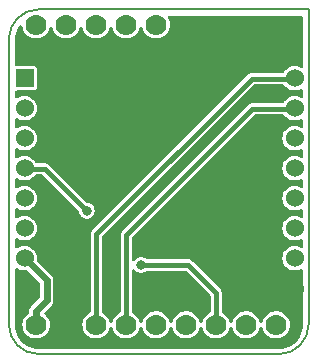
<source format=gbr>
%TF.GenerationSoftware,KiCad,Pcbnew,8.0.2*%
%TF.CreationDate,2024-06-13T10:19:09+02:00*%
%TF.ProjectId,Lora_2__BUS,4c6f7261-5f32-45fb-9542-55532e6b6963,rev?*%
%TF.SameCoordinates,Original*%
%TF.FileFunction,Copper,L1,Top*%
%TF.FilePolarity,Positive*%
%FSLAX46Y46*%
G04 Gerber Fmt 4.6, Leading zero omitted, Abs format (unit mm)*
G04 Created by KiCad (PCBNEW 8.0.2) date 2024-06-13 10:19:09*
%MOMM*%
%LPD*%
G01*
G04 APERTURE LIST*
%TA.AperFunction,EtchedComponent*%
%ADD10C,0.200000*%
%TD*%
%TA.AperFunction,ComponentPad*%
%ADD11C,1.778000*%
%TD*%
%TA.AperFunction,ComponentPad*%
%ADD12R,1.524000X1.524000*%
%TD*%
%TA.AperFunction,ComponentPad*%
%ADD13C,1.524000*%
%TD*%
%TA.AperFunction,ViaPad*%
%ADD14C,0.800000*%
%TD*%
%TA.AperFunction,Conductor*%
%ADD15C,0.600000*%
%TD*%
%TA.AperFunction,Conductor*%
%ADD16C,0.400000*%
%TD*%
%TA.AperFunction,Conductor*%
%ADD17C,0.500000*%
%TD*%
G04 APERTURE END LIST*
D10*
%TO.C,MikroBUS_adapter1*%
X116792000Y-107003200D02*
X116792000Y-82883200D01*
X119332000Y-80343200D02*
X142192000Y-80343200D01*
X139652000Y-109543200D02*
X119332000Y-109543200D01*
X142192000Y-80343200D02*
X142192000Y-107003200D01*
X116792000Y-82883200D02*
G75*
G02*
X119332000Y-80343200I2540001J-1D01*
G01*
X119332000Y-109543200D02*
G75*
G02*
X116792000Y-107003200I1J2540001D01*
G01*
X142192000Y-107003200D02*
G75*
G02*
X139652000Y-109543200I-2540000J0D01*
G01*
%TD*%
D11*
%TO.P,LoRA_breakout1,0,G0*%
%TO.N,/DIO_1*%
X126728000Y-107057000D03*
%TO.P,LoRA_breakout1,1,G1*%
%TO.N,unconnected-(LoRA_breakout1-G1-Pad1)*%
X119108000Y-81657000D03*
%TO.P,LoRA_breakout1,2,G2*%
%TO.N,unconnected-(LoRA_breakout1-G2-Pad2)*%
X121648000Y-81657000D03*
%TO.P,LoRA_breakout1,3,G3*%
%TO.N,unconnected-(LoRA_breakout1-G3-Pad3)*%
X124188000Y-81657000D03*
%TO.P,LoRA_breakout1,4,G4*%
%TO.N,unconnected-(LoRA_breakout1-G4-Pad4)*%
X126728000Y-81657000D03*
%TO.P,LoRA_breakout1,5,G5*%
%TO.N,unconnected-(LoRA_breakout1-G5-Pad5)*%
X129268000Y-81657000D03*
%TO.P,LoRA_breakout1,6,Vin*%
%TO.N,/3.3*%
X119108000Y-107057000D03*
%TO.P,LoRA_breakout1,7,GND*%
%TO.N,/GND*%
X121648000Y-107057000D03*
%TO.P,LoRA_breakout1,8,EN*%
%TO.N,/DIO_0*%
X124188000Y-107057000D03*
%TO.P,LoRA_breakout1,9,SCK*%
%TO.N,/SCK*%
X129268000Y-107057000D03*
%TO.P,LoRA_breakout1,10,MISO*%
%TO.N,/MISO*%
X131808000Y-107057000D03*
%TO.P,LoRA_breakout1,11,MOSI*%
%TO.N,/MOSI*%
X134348000Y-107057000D03*
%TO.P,LoRA_breakout1,12,CS*%
%TO.N,/CS*%
X136888000Y-107057000D03*
%TO.P,LoRA_breakout1,13,RST*%
%TO.N,/RST*%
X139428000Y-107057000D03*
%TD*%
D12*
%TO.P,MikroBUS_adapter1,1,AN*%
%TO.N,unconnected-(MikroBUS_adapter1-AN-Pad1)*%
X118130800Y-86183200D03*
D13*
%TO.P,MikroBUS_adapter1,2,RST*%
%TO.N,/RST*%
X118130800Y-88723200D03*
%TO.P,MikroBUS_adapter1,3,CS*%
%TO.N,/CS*%
X118130800Y-91263200D03*
%TO.P,MikroBUS_adapter1,4,SCK*%
%TO.N,/SCK*%
X118130800Y-93803200D03*
%TO.P,MikroBUS_adapter1,5,MISO*%
%TO.N,/MISO*%
X118130800Y-96343200D03*
%TO.P,MikroBUS_adapter1,6,MOSI*%
%TO.N,/MOSI*%
X118130800Y-98883200D03*
%TO.P,MikroBUS_adapter1,7,3.3V*%
%TO.N,/3.3*%
X118130800Y-101423200D03*
%TO.P,MikroBUS_adapter1,8,GND*%
%TO.N,/GND*%
X118130800Y-103963200D03*
%TO.P,MikroBUS_adapter1,9,PWM_DIO*%
%TO.N,/DIO_0*%
X140992000Y-86183200D03*
%TO.P,MikroBUS_adapter1,10,INT_DIO*%
%TO.N,/DIO_1*%
X140992000Y-88723200D03*
%TO.P,MikroBUS_adapter1,11,Rx*%
%TO.N,unconnected-(MikroBUS_adapter1-Rx-Pad11)*%
X140992000Y-91263200D03*
%TO.P,MikroBUS_adapter1,12,Tx*%
%TO.N,unconnected-(MikroBUS_adapter1-Tx-Pad12)*%
X140992000Y-93803200D03*
%TO.P,MikroBUS_adapter1,13,SCL*%
%TO.N,unconnected-(MikroBUS_adapter1-SCL-Pad13)*%
X140992000Y-96343200D03*
%TO.P,MikroBUS_adapter1,14,SDA*%
%TO.N,unconnected-(MikroBUS_adapter1-SDA-Pad14)*%
X140992000Y-98883200D03*
%TO.P,MikroBUS_adapter1,15,5V*%
%TO.N,unconnected-(MikroBUS_adapter1-5V-Pad15)*%
X140992000Y-101423200D03*
%TO.P,MikroBUS_adapter1,16,GND*%
%TO.N,/GND*%
X140992000Y-103992000D03*
%TD*%
D14*
%TO.N,/SCK*%
X123392000Y-97392000D03*
%TO.N,/MOSI*%
X128000000Y-102000000D03*
%TD*%
D15*
%TO.N,/3.3*%
X120000000Y-103292400D02*
X118130800Y-101423200D01*
X120000000Y-105000000D02*
X120000000Y-103292400D01*
X119108000Y-105892000D02*
X120000000Y-105000000D01*
X119108000Y-107062000D02*
X119108000Y-105892000D01*
D16*
%TO.N,/MOSI*%
X128000000Y-102000000D02*
X132000000Y-102000000D01*
X132000000Y-102000000D02*
X134348000Y-104348000D01*
X134348000Y-104348000D02*
X134348000Y-107057000D01*
%TO.N,/DIO_1*%
X140992000Y-88772000D02*
X137412000Y-88772000D01*
X137412000Y-88772000D02*
X126728000Y-99456000D01*
X126728000Y-99456000D02*
X126728000Y-107057000D01*
%TO.N,/SCK*%
X119852000Y-93852000D02*
X118130800Y-93852000D01*
X123392000Y-97392000D02*
X119852000Y-93852000D01*
%TO.N,/DIO_0*%
X137352000Y-86232000D02*
X124188000Y-99396000D01*
X124188000Y-99396000D02*
X124188000Y-107057000D01*
X140992000Y-86232000D02*
X137352000Y-86232000D01*
D17*
%TO.N,unconnected-(MikroBUS_adapter1-5V-Pad15)*%
X140992000Y-101472000D02*
X140972000Y-101492000D01*
%TD*%
%TA.AperFunction,Conductor*%
%TO.N,/GND*%
G36*
X141647000Y-80907462D02*
G01*
X141701538Y-80962000D01*
X141721500Y-81036500D01*
X141721500Y-85153794D01*
X141701538Y-85228294D01*
X141647000Y-85282832D01*
X141572500Y-85302794D01*
X141502262Y-85285200D01*
X141389037Y-85224680D01*
X141194408Y-85165639D01*
X140992000Y-85145704D01*
X140789591Y-85165639D01*
X140594962Y-85224680D01*
X140415609Y-85320547D01*
X140415601Y-85320552D01*
X140415599Y-85320553D01*
X140415598Y-85320554D01*
X140325423Y-85394559D01*
X140258380Y-85449580D01*
X140129352Y-85606801D01*
X140129349Y-85606805D01*
X140088764Y-85682737D01*
X140036040Y-85739031D01*
X139962233Y-85761420D01*
X139957357Y-85761500D01*
X137290057Y-85761500D01*
X137170392Y-85793564D01*
X137063105Y-85855506D01*
X123811506Y-99107105D01*
X123749564Y-99214392D01*
X123717500Y-99334056D01*
X123717500Y-105901559D01*
X123697538Y-105976059D01*
X123646939Y-106028241D01*
X123486252Y-106127734D01*
X123486251Y-106127735D01*
X123327448Y-106272504D01*
X123197952Y-106443983D01*
X123197949Y-106443987D01*
X123102167Y-106636343D01*
X123102165Y-106636348D01*
X123043359Y-106843034D01*
X123023533Y-107056995D01*
X123023533Y-107057004D01*
X123043359Y-107270965D01*
X123102165Y-107477651D01*
X123102167Y-107477656D01*
X123197949Y-107670012D01*
X123197952Y-107670016D01*
X123327448Y-107841495D01*
X123486251Y-107986264D01*
X123486256Y-107986268D01*
X123668945Y-108099384D01*
X123668956Y-108099390D01*
X123794726Y-108148113D01*
X123869328Y-108177014D01*
X124080557Y-108216500D01*
X124080559Y-108216500D01*
X124295441Y-108216500D01*
X124295443Y-108216500D01*
X124506672Y-108177014D01*
X124707048Y-108099388D01*
X124889748Y-107986265D01*
X125048551Y-107841496D01*
X125178050Y-107670013D01*
X125273833Y-107477654D01*
X125314688Y-107334063D01*
X125354276Y-107267871D01*
X125421657Y-107230340D01*
X125498776Y-107231528D01*
X125564969Y-107271116D01*
X125601312Y-107334064D01*
X125642165Y-107477651D01*
X125642167Y-107477656D01*
X125737949Y-107670012D01*
X125737952Y-107670016D01*
X125867448Y-107841495D01*
X126026251Y-107986264D01*
X126026256Y-107986268D01*
X126208945Y-108099384D01*
X126208956Y-108099390D01*
X126334726Y-108148113D01*
X126409328Y-108177014D01*
X126620557Y-108216500D01*
X126620559Y-108216500D01*
X126835441Y-108216500D01*
X126835443Y-108216500D01*
X127046672Y-108177014D01*
X127247048Y-108099388D01*
X127429748Y-107986265D01*
X127588551Y-107841496D01*
X127718050Y-107670013D01*
X127813833Y-107477654D01*
X127854688Y-107334063D01*
X127894276Y-107267871D01*
X127961657Y-107230340D01*
X128038776Y-107231528D01*
X128104969Y-107271116D01*
X128141312Y-107334064D01*
X128182165Y-107477651D01*
X128182167Y-107477656D01*
X128277949Y-107670012D01*
X128277952Y-107670016D01*
X128407448Y-107841495D01*
X128566251Y-107986264D01*
X128566256Y-107986268D01*
X128748945Y-108099384D01*
X128748956Y-108099390D01*
X128874726Y-108148113D01*
X128949328Y-108177014D01*
X129160557Y-108216500D01*
X129160559Y-108216500D01*
X129375441Y-108216500D01*
X129375443Y-108216500D01*
X129586672Y-108177014D01*
X129787048Y-108099388D01*
X129969748Y-107986265D01*
X130128551Y-107841496D01*
X130258050Y-107670013D01*
X130353833Y-107477654D01*
X130394688Y-107334063D01*
X130434276Y-107267871D01*
X130501657Y-107230340D01*
X130578776Y-107231528D01*
X130644969Y-107271116D01*
X130681312Y-107334064D01*
X130722165Y-107477651D01*
X130722167Y-107477656D01*
X130817949Y-107670012D01*
X130817952Y-107670016D01*
X130947448Y-107841495D01*
X131106251Y-107986264D01*
X131106256Y-107986268D01*
X131288945Y-108099384D01*
X131288956Y-108099390D01*
X131414726Y-108148113D01*
X131489328Y-108177014D01*
X131700557Y-108216500D01*
X131700559Y-108216500D01*
X131915441Y-108216500D01*
X131915443Y-108216500D01*
X132126672Y-108177014D01*
X132327048Y-108099388D01*
X132509748Y-107986265D01*
X132668551Y-107841496D01*
X132798050Y-107670013D01*
X132893833Y-107477654D01*
X132934688Y-107334063D01*
X132974276Y-107267871D01*
X133041657Y-107230340D01*
X133118776Y-107231528D01*
X133184969Y-107271116D01*
X133221312Y-107334064D01*
X133262165Y-107477651D01*
X133262167Y-107477656D01*
X133357949Y-107670012D01*
X133357952Y-107670016D01*
X133487448Y-107841495D01*
X133646251Y-107986264D01*
X133646256Y-107986268D01*
X133828945Y-108099384D01*
X133828956Y-108099390D01*
X133954726Y-108148113D01*
X134029328Y-108177014D01*
X134240557Y-108216500D01*
X134240559Y-108216500D01*
X134455441Y-108216500D01*
X134455443Y-108216500D01*
X134666672Y-108177014D01*
X134867048Y-108099388D01*
X135049748Y-107986265D01*
X135208551Y-107841496D01*
X135338050Y-107670013D01*
X135433833Y-107477654D01*
X135474688Y-107334063D01*
X135514276Y-107267871D01*
X135581657Y-107230340D01*
X135658776Y-107231528D01*
X135724969Y-107271116D01*
X135761312Y-107334064D01*
X135802165Y-107477651D01*
X135802167Y-107477656D01*
X135897949Y-107670012D01*
X135897952Y-107670016D01*
X136027448Y-107841495D01*
X136186251Y-107986264D01*
X136186256Y-107986268D01*
X136368945Y-108099384D01*
X136368956Y-108099390D01*
X136494726Y-108148113D01*
X136569328Y-108177014D01*
X136780557Y-108216500D01*
X136780559Y-108216500D01*
X136995441Y-108216500D01*
X136995443Y-108216500D01*
X137206672Y-108177014D01*
X137407048Y-108099388D01*
X137589748Y-107986265D01*
X137748551Y-107841496D01*
X137878050Y-107670013D01*
X137973833Y-107477654D01*
X138014688Y-107334063D01*
X138054276Y-107267871D01*
X138121657Y-107230340D01*
X138198776Y-107231528D01*
X138264969Y-107271116D01*
X138301312Y-107334064D01*
X138342165Y-107477651D01*
X138342167Y-107477656D01*
X138437949Y-107670012D01*
X138437952Y-107670016D01*
X138567448Y-107841495D01*
X138726251Y-107986264D01*
X138726256Y-107986268D01*
X138908945Y-108099384D01*
X138908956Y-108099390D01*
X139034726Y-108148113D01*
X139109328Y-108177014D01*
X139320557Y-108216500D01*
X139320559Y-108216500D01*
X139535441Y-108216500D01*
X139535443Y-108216500D01*
X139746672Y-108177014D01*
X139947048Y-108099388D01*
X140129748Y-107986265D01*
X140288551Y-107841496D01*
X140418050Y-107670013D01*
X140513833Y-107477654D01*
X140572640Y-107270970D01*
X140592467Y-107057000D01*
X140572640Y-106843030D01*
X140513833Y-106636346D01*
X140418050Y-106443987D01*
X140288551Y-106272504D01*
X140129748Y-106127735D01*
X140129743Y-106127731D01*
X139947054Y-106014615D01*
X139947043Y-106014609D01*
X139746676Y-105936987D01*
X139746673Y-105936986D01*
X139746672Y-105936986D01*
X139693391Y-105927025D01*
X139535447Y-105897500D01*
X139535443Y-105897500D01*
X139320557Y-105897500D01*
X139320552Y-105897500D01*
X139109323Y-105936987D01*
X138908956Y-106014609D01*
X138908945Y-106014615D01*
X138726256Y-106127731D01*
X138726251Y-106127735D01*
X138567448Y-106272504D01*
X138437952Y-106443983D01*
X138437949Y-106443987D01*
X138342167Y-106636343D01*
X138342165Y-106636349D01*
X138301312Y-106779935D01*
X138261724Y-106846128D01*
X138194343Y-106883659D01*
X138117224Y-106882471D01*
X138051031Y-106842883D01*
X138014688Y-106779935D01*
X137973834Y-106636349D01*
X137973832Y-106636343D01*
X137878050Y-106443987D01*
X137878047Y-106443983D01*
X137748551Y-106272504D01*
X137589748Y-106127735D01*
X137589743Y-106127731D01*
X137407054Y-106014615D01*
X137407043Y-106014609D01*
X137206676Y-105936987D01*
X137206673Y-105936986D01*
X137206672Y-105936986D01*
X137153391Y-105927025D01*
X136995447Y-105897500D01*
X136995443Y-105897500D01*
X136780557Y-105897500D01*
X136780552Y-105897500D01*
X136569323Y-105936987D01*
X136368956Y-106014609D01*
X136368945Y-106014615D01*
X136186256Y-106127731D01*
X136186251Y-106127735D01*
X136027448Y-106272504D01*
X135897952Y-106443983D01*
X135897949Y-106443987D01*
X135802167Y-106636343D01*
X135802165Y-106636349D01*
X135761312Y-106779935D01*
X135721724Y-106846128D01*
X135654343Y-106883659D01*
X135577224Y-106882471D01*
X135511031Y-106842883D01*
X135474688Y-106779935D01*
X135433834Y-106636349D01*
X135433832Y-106636343D01*
X135338050Y-106443987D01*
X135338047Y-106443983D01*
X135208551Y-106272504D01*
X135049748Y-106127735D01*
X135049747Y-106127734D01*
X134889061Y-106028241D01*
X134836229Y-105972049D01*
X134818500Y-105901559D01*
X134818500Y-104286057D01*
X134818499Y-104286055D01*
X134786436Y-104166395D01*
X134786435Y-104166391D01*
X134724493Y-104059105D01*
X132384989Y-101719602D01*
X132384987Y-101719599D01*
X132288894Y-101623506D01*
X132181607Y-101561564D01*
X132061943Y-101529500D01*
X128536549Y-101529500D01*
X128462049Y-101509538D01*
X128437747Y-101492031D01*
X128383685Y-101444136D01*
X128383683Y-101444134D01*
X128239512Y-101368468D01*
X128239507Y-101368466D01*
X128081413Y-101329500D01*
X127918587Y-101329500D01*
X127760492Y-101368466D01*
X127760487Y-101368468D01*
X127616313Y-101444136D01*
X127494436Y-101552110D01*
X127494435Y-101552110D01*
X127470124Y-101587332D01*
X127411374Y-101637305D01*
X127335509Y-101651207D01*
X127262858Y-101625314D01*
X127212885Y-101566564D01*
X127198500Y-101502690D01*
X127198500Y-99712605D01*
X127218462Y-99638105D01*
X127242141Y-99607246D01*
X137563246Y-89286141D01*
X137630041Y-89247577D01*
X137668605Y-89242500D01*
X140012019Y-89242500D01*
X140086519Y-89262462D01*
X140127197Y-89296975D01*
X140258377Y-89456817D01*
X140258378Y-89456818D01*
X140258380Y-89456820D01*
X140415598Y-89585846D01*
X140415607Y-89585851D01*
X140415609Y-89585852D01*
X140594962Y-89681719D01*
X140594964Y-89681719D01*
X140594967Y-89681721D01*
X140687056Y-89709656D01*
X140789591Y-89740760D01*
X140789592Y-89740760D01*
X140789595Y-89740761D01*
X140992000Y-89760696D01*
X141194405Y-89740761D01*
X141389033Y-89681721D01*
X141502261Y-89621198D01*
X141577375Y-89603685D01*
X141651182Y-89626074D01*
X141703906Y-89682366D01*
X141721500Y-89752605D01*
X141721500Y-90233794D01*
X141701538Y-90308294D01*
X141647000Y-90362832D01*
X141572500Y-90382794D01*
X141502262Y-90365200D01*
X141389037Y-90304680D01*
X141194408Y-90245639D01*
X140992000Y-90225704D01*
X140789591Y-90245639D01*
X140594962Y-90304680D01*
X140415609Y-90400547D01*
X140415601Y-90400552D01*
X140415599Y-90400553D01*
X140415598Y-90400554D01*
X140258380Y-90529580D01*
X140183701Y-90620577D01*
X140129352Y-90686801D01*
X140129347Y-90686809D01*
X140033480Y-90866162D01*
X139974439Y-91060791D01*
X139954504Y-91263200D01*
X139974439Y-91465608D01*
X140033480Y-91660237D01*
X140129347Y-91839590D01*
X140129351Y-91839596D01*
X140129354Y-91839602D01*
X140258380Y-91996820D01*
X140415598Y-92125846D01*
X140415607Y-92125851D01*
X140415609Y-92125852D01*
X140594962Y-92221719D01*
X140594964Y-92221719D01*
X140594967Y-92221721D01*
X140687056Y-92249656D01*
X140789591Y-92280760D01*
X140789592Y-92280760D01*
X140789595Y-92280761D01*
X140992000Y-92300696D01*
X141194405Y-92280761D01*
X141389033Y-92221721D01*
X141502261Y-92161198D01*
X141577375Y-92143685D01*
X141651182Y-92166074D01*
X141703906Y-92222366D01*
X141721500Y-92292605D01*
X141721500Y-92773794D01*
X141701538Y-92848294D01*
X141647000Y-92902832D01*
X141572500Y-92922794D01*
X141502262Y-92905200D01*
X141389037Y-92844680D01*
X141194408Y-92785639D01*
X140992000Y-92765704D01*
X140789591Y-92785639D01*
X140594962Y-92844680D01*
X140415609Y-92940547D01*
X140415601Y-92940552D01*
X140415599Y-92940553D01*
X140415598Y-92940554D01*
X140258380Y-93069580D01*
X140183701Y-93160577D01*
X140129352Y-93226801D01*
X140129347Y-93226809D01*
X140033480Y-93406162D01*
X139974439Y-93600791D01*
X139954504Y-93803200D01*
X139974439Y-94005608D01*
X140033480Y-94200237D01*
X140129347Y-94379590D01*
X140129351Y-94379596D01*
X140129354Y-94379602D01*
X140258380Y-94536820D01*
X140415598Y-94665846D01*
X140415607Y-94665851D01*
X140415609Y-94665852D01*
X140594962Y-94761719D01*
X140594964Y-94761719D01*
X140594967Y-94761721D01*
X140687056Y-94789656D01*
X140789591Y-94820760D01*
X140789592Y-94820760D01*
X140789595Y-94820761D01*
X140992000Y-94840696D01*
X141194405Y-94820761D01*
X141389033Y-94761721D01*
X141502261Y-94701198D01*
X141577375Y-94683685D01*
X141651182Y-94706074D01*
X141703906Y-94762366D01*
X141721500Y-94832605D01*
X141721500Y-95313794D01*
X141701538Y-95388294D01*
X141647000Y-95442832D01*
X141572500Y-95462794D01*
X141502262Y-95445200D01*
X141389037Y-95384680D01*
X141194408Y-95325639D01*
X140992000Y-95305704D01*
X140789591Y-95325639D01*
X140594962Y-95384680D01*
X140415609Y-95480547D01*
X140415601Y-95480552D01*
X140415599Y-95480553D01*
X140415598Y-95480554D01*
X140258380Y-95609580D01*
X140183701Y-95700577D01*
X140129352Y-95766801D01*
X140129347Y-95766809D01*
X140033480Y-95946162D01*
X139974439Y-96140791D01*
X139954504Y-96343200D01*
X139974439Y-96545608D01*
X140033480Y-96740237D01*
X140129347Y-96919590D01*
X140129351Y-96919596D01*
X140129354Y-96919602D01*
X140258380Y-97076820D01*
X140415598Y-97205846D01*
X140415607Y-97205851D01*
X140415609Y-97205852D01*
X140594962Y-97301719D01*
X140594964Y-97301719D01*
X140594967Y-97301721D01*
X140687056Y-97329656D01*
X140789591Y-97360760D01*
X140789592Y-97360760D01*
X140789595Y-97360761D01*
X140992000Y-97380696D01*
X141194405Y-97360761D01*
X141389033Y-97301721D01*
X141502261Y-97241198D01*
X141577375Y-97223685D01*
X141651182Y-97246074D01*
X141703906Y-97302366D01*
X141721500Y-97372605D01*
X141721500Y-97853794D01*
X141701538Y-97928294D01*
X141647000Y-97982832D01*
X141572500Y-98002794D01*
X141502262Y-97985200D01*
X141389037Y-97924680D01*
X141194408Y-97865639D01*
X140992000Y-97845704D01*
X140789591Y-97865639D01*
X140594962Y-97924680D01*
X140415609Y-98020547D01*
X140415601Y-98020552D01*
X140415599Y-98020553D01*
X140415598Y-98020554D01*
X140258380Y-98149580D01*
X140183701Y-98240577D01*
X140129352Y-98306801D01*
X140129347Y-98306809D01*
X140033480Y-98486162D01*
X139974439Y-98680791D01*
X139954504Y-98883200D01*
X139974439Y-99085608D01*
X140033480Y-99280237D01*
X140129347Y-99459590D01*
X140129351Y-99459596D01*
X140129354Y-99459602D01*
X140258380Y-99616820D01*
X140415598Y-99745846D01*
X140415607Y-99745851D01*
X140415609Y-99745852D01*
X140594962Y-99841719D01*
X140594964Y-99841719D01*
X140594967Y-99841721D01*
X140687056Y-99869656D01*
X140789591Y-99900760D01*
X140789592Y-99900760D01*
X140789595Y-99900761D01*
X140992000Y-99920696D01*
X141194405Y-99900761D01*
X141389033Y-99841721D01*
X141502261Y-99781198D01*
X141577375Y-99763685D01*
X141651182Y-99786074D01*
X141703906Y-99842366D01*
X141721500Y-99912605D01*
X141721500Y-100393794D01*
X141701538Y-100468294D01*
X141647000Y-100522832D01*
X141572500Y-100542794D01*
X141502262Y-100525200D01*
X141389037Y-100464680D01*
X141194408Y-100405639D01*
X140992000Y-100385704D01*
X140789591Y-100405639D01*
X140594962Y-100464680D01*
X140415609Y-100560547D01*
X140415601Y-100560552D01*
X140415599Y-100560553D01*
X140415598Y-100560554D01*
X140258380Y-100689580D01*
X140183701Y-100780577D01*
X140129352Y-100846801D01*
X140129347Y-100846809D01*
X140033480Y-101026162D01*
X139974439Y-101220791D01*
X139954504Y-101423200D01*
X139974439Y-101625608D01*
X140033480Y-101820237D01*
X140129347Y-101999590D01*
X140129351Y-101999596D01*
X140129354Y-101999602D01*
X140258380Y-102156820D01*
X140415598Y-102285846D01*
X140415607Y-102285851D01*
X140415609Y-102285852D01*
X140594962Y-102381719D01*
X140594964Y-102381719D01*
X140594967Y-102381721D01*
X140729974Y-102422675D01*
X140789591Y-102440760D01*
X140789592Y-102440760D01*
X140789595Y-102440761D01*
X140992000Y-102460696D01*
X141194405Y-102440761D01*
X141389033Y-102381721D01*
X141502261Y-102321198D01*
X141577375Y-102303685D01*
X141651182Y-102326074D01*
X141703906Y-102382366D01*
X141721500Y-102452605D01*
X141721500Y-107052122D01*
X141721181Y-107061867D01*
X141704690Y-107313463D01*
X141702146Y-107332786D01*
X141653912Y-107575277D01*
X141648867Y-107594104D01*
X141569388Y-107828239D01*
X141561930Y-107846245D01*
X141452578Y-108067990D01*
X141442833Y-108084869D01*
X141305470Y-108290447D01*
X141293605Y-108305910D01*
X141130582Y-108491801D01*
X141116801Y-108505582D01*
X140930910Y-108668605D01*
X140915447Y-108680470D01*
X140709869Y-108817833D01*
X140692990Y-108827578D01*
X140471245Y-108936930D01*
X140453239Y-108944388D01*
X140219104Y-109023867D01*
X140200277Y-109028912D01*
X139957786Y-109077146D01*
X139938463Y-109079690D01*
X139686867Y-109096181D01*
X139677122Y-109096500D01*
X119366878Y-109096500D01*
X119357133Y-109096181D01*
X119105536Y-109079690D01*
X119086213Y-109077146D01*
X118843722Y-109028912D01*
X118824895Y-109023867D01*
X118590760Y-108944388D01*
X118572754Y-108936930D01*
X118351009Y-108827578D01*
X118334130Y-108817833D01*
X118128552Y-108680470D01*
X118113089Y-108668605D01*
X117927198Y-108505582D01*
X117913417Y-108491801D01*
X117750394Y-108305910D01*
X117738529Y-108290447D01*
X117601166Y-108084869D01*
X117591421Y-108067990D01*
X117482069Y-107846245D01*
X117474611Y-107828239D01*
X117395132Y-107594104D01*
X117390089Y-107575286D01*
X117341852Y-107332783D01*
X117339309Y-107313463D01*
X117322819Y-107061867D01*
X117322500Y-107052122D01*
X117322500Y-102409656D01*
X117342462Y-102335156D01*
X117397000Y-102280618D01*
X117471500Y-102260656D01*
X117546000Y-102280618D01*
X117554289Y-102285773D01*
X117554393Y-102285842D01*
X117554398Y-102285846D01*
X117554400Y-102285847D01*
X117554405Y-102285850D01*
X117733762Y-102381719D01*
X117733764Y-102381719D01*
X117733767Y-102381721D01*
X117868774Y-102422675D01*
X117928391Y-102440760D01*
X117928392Y-102440760D01*
X117928395Y-102440761D01*
X118130800Y-102460696D01*
X118270670Y-102446920D01*
X118346768Y-102459483D01*
X118390634Y-102489843D01*
X119385859Y-103485068D01*
X119424423Y-103551863D01*
X119429500Y-103590427D01*
X119429500Y-104701972D01*
X119409538Y-104776472D01*
X119385859Y-104807331D01*
X118651488Y-105541702D01*
X118651483Y-105541708D01*
X118576379Y-105671792D01*
X118537500Y-105816889D01*
X118537500Y-105963476D01*
X118517538Y-106037976D01*
X118466939Y-106090158D01*
X118406254Y-106127733D01*
X118247448Y-106272504D01*
X118117952Y-106443983D01*
X118117949Y-106443987D01*
X118022167Y-106636343D01*
X118022165Y-106636348D01*
X117963359Y-106843034D01*
X117943533Y-107056995D01*
X117943533Y-107057004D01*
X117963359Y-107270965D01*
X118022165Y-107477651D01*
X118022167Y-107477656D01*
X118117949Y-107670012D01*
X118117952Y-107670016D01*
X118247448Y-107841495D01*
X118406251Y-107986264D01*
X118406256Y-107986268D01*
X118588945Y-108099384D01*
X118588956Y-108099390D01*
X118714726Y-108148113D01*
X118789328Y-108177014D01*
X119000557Y-108216500D01*
X119000559Y-108216500D01*
X119215441Y-108216500D01*
X119215443Y-108216500D01*
X119426672Y-108177014D01*
X119627048Y-108099388D01*
X119809748Y-107986265D01*
X119968551Y-107841496D01*
X120098050Y-107670013D01*
X120193833Y-107477654D01*
X120252640Y-107270970D01*
X120272467Y-107057000D01*
X120252640Y-106843030D01*
X120193833Y-106636346D01*
X120098050Y-106443987D01*
X119968551Y-106272504D01*
X119856708Y-106170545D01*
X119815102Y-106105603D01*
X119811540Y-106028558D01*
X119846978Y-105960053D01*
X119851692Y-105955114D01*
X120338026Y-105468780D01*
X120338036Y-105468773D01*
X120371324Y-105435485D01*
X120456514Y-105350295D01*
X120531622Y-105220205D01*
X120570500Y-105075108D01*
X120570500Y-103217292D01*
X120531622Y-103072195D01*
X120456514Y-102942105D01*
X120456511Y-102942102D01*
X120350295Y-102835885D01*
X120350295Y-102835886D01*
X119197443Y-101683034D01*
X119158879Y-101616239D01*
X119154520Y-101563070D01*
X119154668Y-101561564D01*
X119168296Y-101423200D01*
X119148361Y-101220795D01*
X119089321Y-101026167D01*
X119089319Y-101026164D01*
X119089319Y-101026162D01*
X118993452Y-100846809D01*
X118993451Y-100846807D01*
X118993446Y-100846798D01*
X118864420Y-100689580D01*
X118707202Y-100560554D01*
X118707196Y-100560551D01*
X118707190Y-100560547D01*
X118527837Y-100464680D01*
X118333208Y-100405639D01*
X118130800Y-100385704D01*
X117928391Y-100405639D01*
X117733762Y-100464680D01*
X117554395Y-100560554D01*
X117554275Y-100560635D01*
X117554192Y-100560662D01*
X117547942Y-100564004D01*
X117547390Y-100562971D01*
X117481239Y-100585424D01*
X117405593Y-100570374D01*
X117347608Y-100519518D01*
X117322819Y-100446482D01*
X117322500Y-100436743D01*
X117322500Y-99869656D01*
X117342462Y-99795156D01*
X117397000Y-99740618D01*
X117471500Y-99720656D01*
X117546000Y-99740618D01*
X117554289Y-99745773D01*
X117554393Y-99745842D01*
X117554398Y-99745846D01*
X117554400Y-99745847D01*
X117554405Y-99745850D01*
X117733762Y-99841719D01*
X117733764Y-99841719D01*
X117733767Y-99841721D01*
X117825856Y-99869656D01*
X117928391Y-99900760D01*
X117928392Y-99900760D01*
X117928395Y-99900761D01*
X118130800Y-99920696D01*
X118333205Y-99900761D01*
X118527833Y-99841721D01*
X118707202Y-99745846D01*
X118864420Y-99616820D01*
X118993446Y-99459602D01*
X119089321Y-99280233D01*
X119148361Y-99085605D01*
X119168296Y-98883200D01*
X119148361Y-98680795D01*
X119089321Y-98486167D01*
X119089319Y-98486164D01*
X119089319Y-98486162D01*
X118993452Y-98306809D01*
X118993451Y-98306807D01*
X118993446Y-98306798D01*
X118864420Y-98149580D01*
X118707202Y-98020554D01*
X118707196Y-98020551D01*
X118707190Y-98020547D01*
X118527837Y-97924680D01*
X118333208Y-97865639D01*
X118130800Y-97845704D01*
X117928391Y-97865639D01*
X117733762Y-97924680D01*
X117554395Y-98020554D01*
X117554275Y-98020635D01*
X117554192Y-98020662D01*
X117547942Y-98024004D01*
X117547390Y-98022971D01*
X117481239Y-98045424D01*
X117405593Y-98030374D01*
X117347608Y-97979518D01*
X117322819Y-97906482D01*
X117322500Y-97896743D01*
X117322500Y-97329656D01*
X117342462Y-97255156D01*
X117397000Y-97200618D01*
X117471500Y-97180656D01*
X117546000Y-97200618D01*
X117554289Y-97205773D01*
X117554393Y-97205842D01*
X117554398Y-97205846D01*
X117554400Y-97205847D01*
X117554405Y-97205850D01*
X117733762Y-97301719D01*
X117733764Y-97301719D01*
X117733767Y-97301721D01*
X117825856Y-97329656D01*
X117928391Y-97360760D01*
X117928392Y-97360760D01*
X117928395Y-97360761D01*
X118130800Y-97380696D01*
X118333205Y-97360761D01*
X118527833Y-97301721D01*
X118707202Y-97205846D01*
X118864420Y-97076820D01*
X118993446Y-96919602D01*
X119089321Y-96740233D01*
X119148361Y-96545605D01*
X119168296Y-96343200D01*
X119148361Y-96140795D01*
X119089321Y-95946167D01*
X119089319Y-95946164D01*
X119089319Y-95946162D01*
X118993452Y-95766809D01*
X118993451Y-95766807D01*
X118993446Y-95766798D01*
X118864420Y-95609580D01*
X118707202Y-95480554D01*
X118707196Y-95480551D01*
X118707190Y-95480547D01*
X118527837Y-95384680D01*
X118333208Y-95325639D01*
X118130800Y-95305704D01*
X117928391Y-95325639D01*
X117733762Y-95384680D01*
X117554395Y-95480554D01*
X117554275Y-95480635D01*
X117554192Y-95480662D01*
X117547942Y-95484004D01*
X117547390Y-95482971D01*
X117481239Y-95505424D01*
X117405593Y-95490374D01*
X117347608Y-95439518D01*
X117322819Y-95366482D01*
X117322500Y-95356743D01*
X117322500Y-94789656D01*
X117342462Y-94715156D01*
X117397000Y-94660618D01*
X117471500Y-94640656D01*
X117546000Y-94660618D01*
X117554289Y-94665773D01*
X117554393Y-94665842D01*
X117554398Y-94665846D01*
X117554400Y-94665847D01*
X117554405Y-94665850D01*
X117733762Y-94761719D01*
X117733764Y-94761719D01*
X117733767Y-94761721D01*
X117825856Y-94789656D01*
X117928391Y-94820760D01*
X117928392Y-94820760D01*
X117928395Y-94820761D01*
X118130800Y-94840696D01*
X118333205Y-94820761D01*
X118527833Y-94761721D01*
X118707202Y-94665846D01*
X118864420Y-94536820D01*
X118904033Y-94488550D01*
X118995603Y-94376975D01*
X119058296Y-94332050D01*
X119110781Y-94322500D01*
X119595395Y-94322500D01*
X119669895Y-94342462D01*
X119700754Y-94366141D01*
X122678830Y-97344217D01*
X122717394Y-97411012D01*
X122721384Y-97431615D01*
X122736201Y-97553635D01*
X122736201Y-97553638D01*
X122793940Y-97705884D01*
X122886438Y-97839892D01*
X123008313Y-97947863D01*
X123146801Y-98020547D01*
X123152491Y-98023533D01*
X123310587Y-98062500D01*
X123473413Y-98062500D01*
X123631509Y-98023533D01*
X123775685Y-97947864D01*
X123881869Y-97853794D01*
X123897561Y-97839892D01*
X123897561Y-97839891D01*
X123897563Y-97839890D01*
X123990059Y-97705886D01*
X124047798Y-97553640D01*
X124067425Y-97392000D01*
X124047798Y-97230360D01*
X123990059Y-97078114D01*
X123897563Y-96944110D01*
X123897561Y-96944107D01*
X123775686Y-96836136D01*
X123631512Y-96760468D01*
X123631507Y-96760466D01*
X123473413Y-96721500D01*
X123448605Y-96721500D01*
X123374105Y-96701538D01*
X123343246Y-96677859D01*
X120236989Y-93571602D01*
X120236987Y-93571599D01*
X120140894Y-93475506D01*
X120033607Y-93413564D01*
X119913943Y-93381500D01*
X119165443Y-93381500D01*
X119090943Y-93361538D01*
X119036405Y-93307000D01*
X119034036Y-93302737D01*
X118993450Y-93226805D01*
X118993449Y-93226803D01*
X118993446Y-93226798D01*
X118864420Y-93069580D01*
X118707202Y-92940554D01*
X118707196Y-92940551D01*
X118707190Y-92940547D01*
X118527837Y-92844680D01*
X118333208Y-92785639D01*
X118130800Y-92765704D01*
X117928391Y-92785639D01*
X117733762Y-92844680D01*
X117554395Y-92940554D01*
X117554275Y-92940635D01*
X117554192Y-92940662D01*
X117547942Y-92944004D01*
X117547390Y-92942971D01*
X117481239Y-92965424D01*
X117405593Y-92950374D01*
X117347608Y-92899518D01*
X117322819Y-92826482D01*
X117322500Y-92816743D01*
X117322500Y-92249656D01*
X117342462Y-92175156D01*
X117397000Y-92120618D01*
X117471500Y-92100656D01*
X117546000Y-92120618D01*
X117554289Y-92125773D01*
X117554393Y-92125842D01*
X117554398Y-92125846D01*
X117554400Y-92125847D01*
X117554405Y-92125850D01*
X117733762Y-92221719D01*
X117733764Y-92221719D01*
X117733767Y-92221721D01*
X117825856Y-92249656D01*
X117928391Y-92280760D01*
X117928392Y-92280760D01*
X117928395Y-92280761D01*
X118130800Y-92300696D01*
X118333205Y-92280761D01*
X118527833Y-92221721D01*
X118707202Y-92125846D01*
X118864420Y-91996820D01*
X118993446Y-91839602D01*
X119089321Y-91660233D01*
X119148361Y-91465605D01*
X119168296Y-91263200D01*
X119148361Y-91060795D01*
X119089321Y-90866167D01*
X119089319Y-90866164D01*
X119089319Y-90866162D01*
X118993452Y-90686809D01*
X118993451Y-90686807D01*
X118993446Y-90686798D01*
X118864420Y-90529580D01*
X118707202Y-90400554D01*
X118707196Y-90400551D01*
X118707190Y-90400547D01*
X118527837Y-90304680D01*
X118333208Y-90245639D01*
X118130800Y-90225704D01*
X117928391Y-90245639D01*
X117733762Y-90304680D01*
X117554395Y-90400554D01*
X117554275Y-90400635D01*
X117554192Y-90400662D01*
X117547942Y-90404004D01*
X117547390Y-90402971D01*
X117481239Y-90425424D01*
X117405593Y-90410374D01*
X117347608Y-90359518D01*
X117322819Y-90286482D01*
X117322500Y-90276743D01*
X117322500Y-89709656D01*
X117342462Y-89635156D01*
X117397000Y-89580618D01*
X117471500Y-89560656D01*
X117546000Y-89580618D01*
X117554289Y-89585773D01*
X117554393Y-89585842D01*
X117554398Y-89585846D01*
X117554400Y-89585847D01*
X117554405Y-89585850D01*
X117733762Y-89681719D01*
X117733764Y-89681719D01*
X117733767Y-89681721D01*
X117825856Y-89709656D01*
X117928391Y-89740760D01*
X117928392Y-89740760D01*
X117928395Y-89740761D01*
X118130800Y-89760696D01*
X118333205Y-89740761D01*
X118527833Y-89681721D01*
X118707202Y-89585846D01*
X118864420Y-89456820D01*
X118993446Y-89299602D01*
X119089321Y-89120233D01*
X119148361Y-88925605D01*
X119168296Y-88723200D01*
X119148361Y-88520795D01*
X119089321Y-88326167D01*
X119089319Y-88326164D01*
X119089319Y-88326162D01*
X118993452Y-88146809D01*
X118993450Y-88146805D01*
X118993446Y-88146798D01*
X118864420Y-87989580D01*
X118707202Y-87860554D01*
X118707196Y-87860551D01*
X118707190Y-87860547D01*
X118527837Y-87764680D01*
X118333208Y-87705639D01*
X118130800Y-87685704D01*
X117928391Y-87705639D01*
X117733762Y-87764680D01*
X117554395Y-87860554D01*
X117554275Y-87860635D01*
X117554192Y-87860662D01*
X117547942Y-87864004D01*
X117547390Y-87862971D01*
X117481239Y-87885424D01*
X117405593Y-87870374D01*
X117347608Y-87819518D01*
X117322819Y-87746482D01*
X117322500Y-87736743D01*
X117322500Y-87364700D01*
X117342462Y-87290200D01*
X117397000Y-87235662D01*
X117471500Y-87215700D01*
X118919440Y-87215700D01*
X118998344Y-87200005D01*
X119087819Y-87140219D01*
X119147605Y-87050744D01*
X119163300Y-86971840D01*
X119163300Y-85394560D01*
X119147605Y-85315656D01*
X119125672Y-85282832D01*
X119087820Y-85226182D01*
X119087817Y-85226179D01*
X118998345Y-85166395D01*
X118919440Y-85150700D01*
X117471500Y-85150700D01*
X117397000Y-85130738D01*
X117342462Y-85076200D01*
X117322500Y-85001700D01*
X117322500Y-82931877D01*
X117322819Y-82922132D01*
X117329742Y-82816500D01*
X117339309Y-82670530D01*
X117341853Y-82651213D01*
X117390090Y-82408710D01*
X117395132Y-82389895D01*
X117474611Y-82155760D01*
X117482069Y-82137754D01*
X117511707Y-82077654D01*
X117591424Y-81916002D01*
X117601162Y-81899136D01*
X117688063Y-81769079D01*
X117746049Y-81718228D01*
X117821695Y-81703181D01*
X117894730Y-81727973D01*
X117945584Y-81785961D01*
X117960314Y-81838111D01*
X117963359Y-81870966D01*
X118022165Y-82077651D01*
X118022167Y-82077656D01*
X118117949Y-82270012D01*
X118117952Y-82270016D01*
X118247448Y-82441495D01*
X118406251Y-82586264D01*
X118406256Y-82586268D01*
X118588945Y-82699384D01*
X118588956Y-82699390D01*
X118764738Y-82767487D01*
X118789328Y-82777014D01*
X119000557Y-82816500D01*
X119000559Y-82816500D01*
X119215441Y-82816500D01*
X119215443Y-82816500D01*
X119426672Y-82777014D01*
X119627048Y-82699388D01*
X119809748Y-82586265D01*
X119968551Y-82441496D01*
X120098050Y-82270013D01*
X120193833Y-82077654D01*
X120234688Y-81934063D01*
X120274276Y-81867871D01*
X120341657Y-81830340D01*
X120418776Y-81831528D01*
X120484969Y-81871116D01*
X120521312Y-81934064D01*
X120562165Y-82077651D01*
X120562167Y-82077656D01*
X120657949Y-82270012D01*
X120657952Y-82270016D01*
X120787448Y-82441495D01*
X120946251Y-82586264D01*
X120946256Y-82586268D01*
X121128945Y-82699384D01*
X121128956Y-82699390D01*
X121304738Y-82767487D01*
X121329328Y-82777014D01*
X121540557Y-82816500D01*
X121540559Y-82816500D01*
X121755441Y-82816500D01*
X121755443Y-82816500D01*
X121966672Y-82777014D01*
X122167048Y-82699388D01*
X122349748Y-82586265D01*
X122508551Y-82441496D01*
X122638050Y-82270013D01*
X122733833Y-82077654D01*
X122774688Y-81934063D01*
X122814276Y-81867871D01*
X122881657Y-81830340D01*
X122958776Y-81831528D01*
X123024969Y-81871116D01*
X123061312Y-81934064D01*
X123102165Y-82077651D01*
X123102167Y-82077656D01*
X123197949Y-82270012D01*
X123197952Y-82270016D01*
X123327448Y-82441495D01*
X123486251Y-82586264D01*
X123486256Y-82586268D01*
X123668945Y-82699384D01*
X123668956Y-82699390D01*
X123844738Y-82767487D01*
X123869328Y-82777014D01*
X124080557Y-82816500D01*
X124080559Y-82816500D01*
X124295441Y-82816500D01*
X124295443Y-82816500D01*
X124506672Y-82777014D01*
X124707048Y-82699388D01*
X124889748Y-82586265D01*
X125048551Y-82441496D01*
X125178050Y-82270013D01*
X125273833Y-82077654D01*
X125314688Y-81934063D01*
X125354276Y-81867871D01*
X125421657Y-81830340D01*
X125498776Y-81831528D01*
X125564969Y-81871116D01*
X125601312Y-81934064D01*
X125642165Y-82077651D01*
X125642167Y-82077656D01*
X125737949Y-82270012D01*
X125737952Y-82270016D01*
X125867448Y-82441495D01*
X126026251Y-82586264D01*
X126026256Y-82586268D01*
X126208945Y-82699384D01*
X126208956Y-82699390D01*
X126384738Y-82767487D01*
X126409328Y-82777014D01*
X126620557Y-82816500D01*
X126620559Y-82816500D01*
X126835441Y-82816500D01*
X126835443Y-82816500D01*
X127046672Y-82777014D01*
X127247048Y-82699388D01*
X127429748Y-82586265D01*
X127588551Y-82441496D01*
X127718050Y-82270013D01*
X127813833Y-82077654D01*
X127854688Y-81934063D01*
X127894276Y-81867871D01*
X127961657Y-81830340D01*
X128038776Y-81831528D01*
X128104969Y-81871116D01*
X128141312Y-81934064D01*
X128182165Y-82077651D01*
X128182167Y-82077656D01*
X128277949Y-82270012D01*
X128277952Y-82270016D01*
X128407448Y-82441495D01*
X128566251Y-82586264D01*
X128566256Y-82586268D01*
X128748945Y-82699384D01*
X128748956Y-82699390D01*
X128924738Y-82767487D01*
X128949328Y-82777014D01*
X129160557Y-82816500D01*
X129160559Y-82816500D01*
X129375441Y-82816500D01*
X129375443Y-82816500D01*
X129586672Y-82777014D01*
X129787048Y-82699388D01*
X129969748Y-82586265D01*
X130128551Y-82441496D01*
X130258050Y-82270013D01*
X130353833Y-82077654D01*
X130412640Y-81870970D01*
X130423655Y-81752097D01*
X130432467Y-81657004D01*
X130432467Y-81656995D01*
X130421452Y-81538127D01*
X130412640Y-81443030D01*
X130353833Y-81236346D01*
X130287391Y-81102913D01*
X130272055Y-81027327D01*
X130296566Y-80954197D01*
X130354357Y-80903120D01*
X130420772Y-80887500D01*
X141572500Y-80887500D01*
X141647000Y-80907462D01*
G37*
%TD.AperFunction*%
%TD*%
%TA.AperFunction,NonConductor*%
G36*
X127422000Y-102368271D02*
G01*
X127470125Y-102412668D01*
X127494437Y-102447890D01*
X127616313Y-102555863D01*
X127616315Y-102555864D01*
X127760491Y-102631533D01*
X127918587Y-102670500D01*
X128081413Y-102670500D01*
X128239509Y-102631533D01*
X128383685Y-102555864D01*
X128437744Y-102507971D01*
X128506745Y-102473511D01*
X128536549Y-102470500D01*
X131743395Y-102470500D01*
X131817895Y-102490462D01*
X131848754Y-102514141D01*
X133833859Y-104499246D01*
X133872423Y-104566041D01*
X133877500Y-104604605D01*
X133877500Y-105901559D01*
X133857538Y-105976059D01*
X133806939Y-106028241D01*
X133646252Y-106127734D01*
X133646251Y-106127735D01*
X133487448Y-106272504D01*
X133357952Y-106443983D01*
X133357949Y-106443987D01*
X133262167Y-106636343D01*
X133262165Y-106636349D01*
X133221312Y-106779935D01*
X133181724Y-106846128D01*
X133114343Y-106883659D01*
X133037224Y-106882471D01*
X132971031Y-106842883D01*
X132934688Y-106779935D01*
X132893834Y-106636349D01*
X132893832Y-106636343D01*
X132798050Y-106443987D01*
X132798047Y-106443983D01*
X132668551Y-106272504D01*
X132509748Y-106127735D01*
X132509743Y-106127731D01*
X132327054Y-106014615D01*
X132327043Y-106014609D01*
X132126676Y-105936987D01*
X132126673Y-105936986D01*
X132126672Y-105936986D01*
X132073391Y-105927025D01*
X131915447Y-105897500D01*
X131915443Y-105897500D01*
X131700557Y-105897500D01*
X131700552Y-105897500D01*
X131489323Y-105936987D01*
X131288956Y-106014609D01*
X131288945Y-106014615D01*
X131106256Y-106127731D01*
X131106251Y-106127735D01*
X130947448Y-106272504D01*
X130817952Y-106443983D01*
X130817949Y-106443987D01*
X130722167Y-106636343D01*
X130722165Y-106636349D01*
X130681312Y-106779935D01*
X130641724Y-106846128D01*
X130574343Y-106883659D01*
X130497224Y-106882471D01*
X130431031Y-106842883D01*
X130394688Y-106779935D01*
X130353834Y-106636349D01*
X130353832Y-106636343D01*
X130258050Y-106443987D01*
X130258047Y-106443983D01*
X130128551Y-106272504D01*
X129969748Y-106127735D01*
X129969743Y-106127731D01*
X129787054Y-106014615D01*
X129787043Y-106014609D01*
X129586676Y-105936987D01*
X129586673Y-105936986D01*
X129586672Y-105936986D01*
X129533391Y-105927025D01*
X129375447Y-105897500D01*
X129375443Y-105897500D01*
X129160557Y-105897500D01*
X129160552Y-105897500D01*
X128949323Y-105936987D01*
X128748956Y-106014609D01*
X128748945Y-106014615D01*
X128566256Y-106127731D01*
X128566251Y-106127735D01*
X128407448Y-106272504D01*
X128277952Y-106443983D01*
X128277949Y-106443987D01*
X128182167Y-106636343D01*
X128182165Y-106636349D01*
X128141312Y-106779935D01*
X128101724Y-106846128D01*
X128034343Y-106883659D01*
X127957224Y-106882471D01*
X127891031Y-106842883D01*
X127854688Y-106779935D01*
X127813834Y-106636349D01*
X127813832Y-106636343D01*
X127718050Y-106443987D01*
X127718047Y-106443983D01*
X127588551Y-106272504D01*
X127429748Y-106127735D01*
X127429747Y-106127734D01*
X127269061Y-106028241D01*
X127216229Y-105972049D01*
X127198500Y-105901559D01*
X127198500Y-102497309D01*
X127218462Y-102422809D01*
X127273000Y-102368271D01*
X127347500Y-102348309D01*
X127422000Y-102368271D01*
G37*
%TD.AperFunction*%
%TA.AperFunction,NonConductor*%
G36*
X140086519Y-86722462D02*
G01*
X140127197Y-86756975D01*
X140258377Y-86916817D01*
X140258378Y-86916818D01*
X140258380Y-86916820D01*
X140415598Y-87045846D01*
X140415607Y-87045851D01*
X140415609Y-87045852D01*
X140594962Y-87141719D01*
X140594964Y-87141719D01*
X140594967Y-87141721D01*
X140729974Y-87182675D01*
X140789591Y-87200760D01*
X140789592Y-87200760D01*
X140789595Y-87200761D01*
X140992000Y-87220696D01*
X141194405Y-87200761D01*
X141389033Y-87141721D01*
X141502261Y-87081198D01*
X141577375Y-87063685D01*
X141651182Y-87086074D01*
X141703906Y-87142366D01*
X141721500Y-87212605D01*
X141721500Y-87693794D01*
X141701538Y-87768294D01*
X141647000Y-87822832D01*
X141572500Y-87842794D01*
X141502262Y-87825200D01*
X141389037Y-87764680D01*
X141194408Y-87705639D01*
X140992000Y-87685704D01*
X140789591Y-87705639D01*
X140594962Y-87764680D01*
X140415609Y-87860547D01*
X140415601Y-87860552D01*
X140415599Y-87860553D01*
X140415598Y-87860554D01*
X140258380Y-87989580D01*
X140183701Y-88080577D01*
X140129352Y-88146801D01*
X140129349Y-88146805D01*
X140088764Y-88222737D01*
X140036040Y-88279031D01*
X139962233Y-88301420D01*
X139957357Y-88301500D01*
X137483088Y-88301500D01*
X137483072Y-88301499D01*
X137473943Y-88301499D01*
X137350058Y-88301499D01*
X137290226Y-88317531D01*
X137230393Y-88333564D01*
X137123105Y-88395506D01*
X126351506Y-99167105D01*
X126289564Y-99274392D01*
X126257500Y-99394056D01*
X126257500Y-105901559D01*
X126237538Y-105976059D01*
X126186939Y-106028241D01*
X126026252Y-106127734D01*
X126026251Y-106127735D01*
X125867448Y-106272504D01*
X125737952Y-106443983D01*
X125737949Y-106443987D01*
X125642167Y-106636343D01*
X125642165Y-106636349D01*
X125601312Y-106779935D01*
X125561724Y-106846128D01*
X125494343Y-106883659D01*
X125417224Y-106882471D01*
X125351031Y-106842883D01*
X125314688Y-106779935D01*
X125273834Y-106636349D01*
X125273832Y-106636343D01*
X125178050Y-106443987D01*
X125178047Y-106443983D01*
X125048551Y-106272504D01*
X124889748Y-106127735D01*
X124889747Y-106127734D01*
X124729061Y-106028241D01*
X124676229Y-105972049D01*
X124658500Y-105901559D01*
X124658500Y-99652605D01*
X124678462Y-99578105D01*
X124702141Y-99547246D01*
X137503247Y-86746141D01*
X137570042Y-86707577D01*
X137608606Y-86702500D01*
X140012019Y-86702500D01*
X140086519Y-86722462D01*
G37*
%TD.AperFunction*%
M02*

</source>
